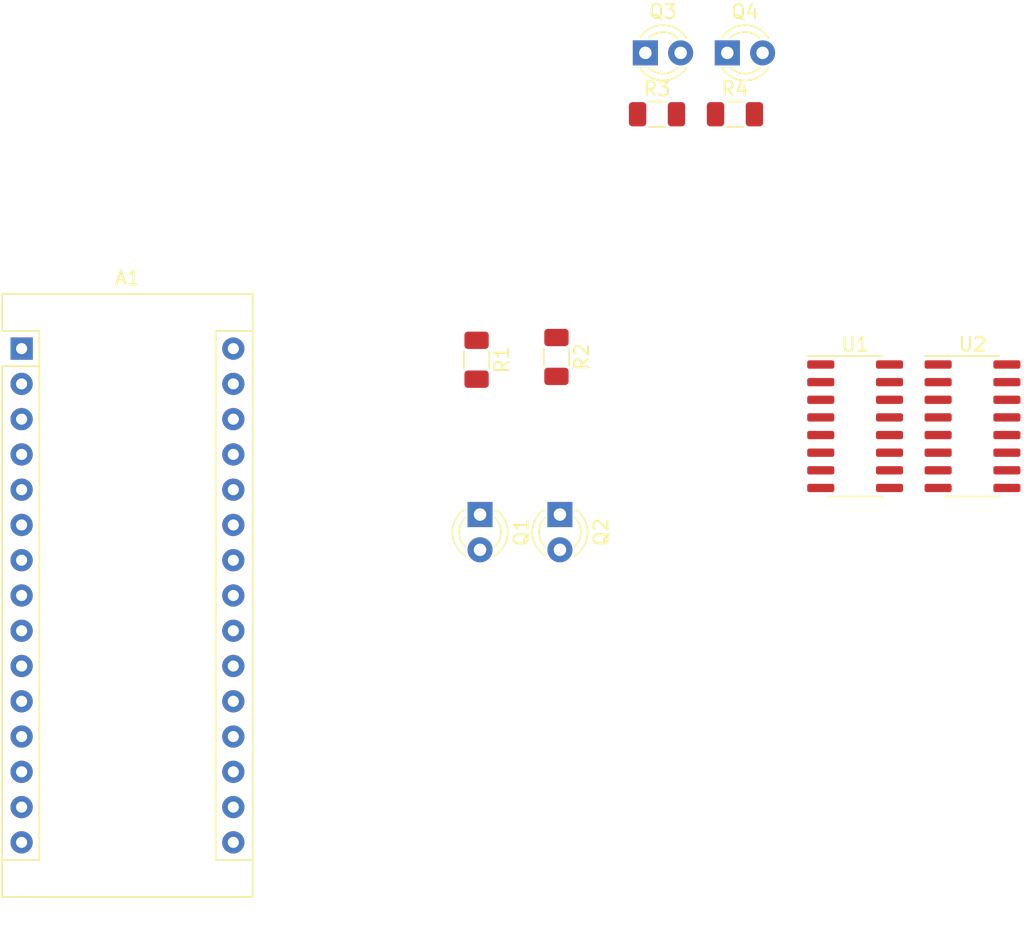
<source format=kicad_pcb>
(kicad_pcb (version 20171130) (host pcbnew "(5.1.2)-2")

  (general
    (thickness 1.6)
    (drawings 0)
    (tracks 0)
    (zones 0)
    (modules 11)
    (nets 46)
  )

  (page A4)
  (layers
    (0 F.Cu signal)
    (31 B.Cu signal)
    (32 B.Adhes user)
    (33 F.Adhes user)
    (34 B.Paste user)
    (35 F.Paste user)
    (36 B.SilkS user)
    (37 F.SilkS user)
    (38 B.Mask user)
    (39 F.Mask user)
    (40 Dwgs.User user)
    (41 Cmts.User user)
    (42 Eco1.User user)
    (43 Eco2.User user)
    (44 Edge.Cuts user)
    (45 Margin user)
    (46 B.CrtYd user)
    (47 F.CrtYd user)
    (48 B.Fab user)
    (49 F.Fab user)
  )

  (setup
    (last_trace_width 0.25)
    (trace_clearance 0.2)
    (zone_clearance 0.508)
    (zone_45_only no)
    (trace_min 0.2)
    (via_size 0.8)
    (via_drill 0.4)
    (via_min_size 0.4)
    (via_min_drill 0.3)
    (uvia_size 0.3)
    (uvia_drill 0.1)
    (uvias_allowed no)
    (uvia_min_size 0.2)
    (uvia_min_drill 0.1)
    (edge_width 0.1)
    (segment_width 0.2)
    (pcb_text_width 0.3)
    (pcb_text_size 1.5 1.5)
    (mod_edge_width 0.15)
    (mod_text_size 1 1)
    (mod_text_width 0.15)
    (pad_size 1.524 1.524)
    (pad_drill 0.762)
    (pad_to_mask_clearance 0)
    (aux_axis_origin 0 0)
    (visible_elements FFFFFF7F)
    (pcbplotparams
      (layerselection 0x010fc_ffffffff)
      (usegerberextensions false)
      (usegerberattributes false)
      (usegerberadvancedattributes false)
      (creategerberjobfile false)
      (excludeedgelayer true)
      (linewidth 0.100000)
      (plotframeref false)
      (viasonmask false)
      (mode 1)
      (useauxorigin false)
      (hpglpennumber 1)
      (hpglpenspeed 20)
      (hpglpendiameter 15.000000)
      (psnegative false)
      (psa4output false)
      (plotreference true)
      (plotvalue true)
      (plotinvisibletext false)
      (padsonsilk false)
      (subtractmaskfromsilk false)
      (outputformat 1)
      (mirror false)
      (drillshape 1)
      (scaleselection 1)
      (outputdirectory ""))
  )

  (net 0 "")
  (net 1 "Net-(A1-Pad16)")
  (net 2 "Net-(A1-Pad15)")
  (net 3 "Net-(A1-Pad30)")
  (net 4 "Net-(A1-Pad14)")
  (net 5 GND)
  (net 6 "Net-(A1-Pad13)")
  (net 7 "Net-(A1-Pad28)")
  (net 8 "Net-(A1-Pad12)")
  (net 9 +5V)
  (net 10 "Net-(A1-Pad11)")
  (net 11 "Net-(A1-Pad26)")
  (net 12 "Net-(A1-Pad10)")
  (net 13 "Net-(A1-Pad25)")
  (net 14 "Net-(A1-Pad9)")
  (net 15 "Net-(A1-Pad24)")
  (net 16 "Net-(A1-Pad8)")
  (net 17 "Net-(A1-Pad23)")
  (net 18 "Net-(A1-Pad7)")
  (net 19 "Net-(A1-Pad22)")
  (net 20 "Net-(A1-Pad6)")
  (net 21 "Net-(A1-Pad21)")
  (net 22 "Net-(A1-Pad5)")
  (net 23 "Net-(A1-Pad20)")
  (net 24 "Net-(A1-Pad19)")
  (net 25 "Net-(A1-Pad3)")
  (net 26 "Net-(A1-Pad18)")
  (net 27 "Net-(A1-Pad2)")
  (net 28 "Net-(A1-Pad17)")
  (net 29 "Net-(A1-Pad1)")
  (net 30 /PT/PT_01)
  (net 31 "Net-(U1-Pad8)")
  (net 32 "Net-(U1-Pad7)")
  (net 33 "Net-(U1-Pad6)")
  (net 34 "Net-(U1-Pad5)")
  (net 35 "Net-(U2-Pad8)")
  (net 36 "Net-(U2-Pad7)")
  (net 37 "Net-(U2-Pad6)")
  (net 38 "Net-(U2-Pad5)")
  (net 39 "Net-(U2-Pad4)")
  (net 40 "Net-(U2-Pad3)")
  (net 41 "Net-(U2-Pad2)")
  (net 42 "Net-(U2-Pad1)")
  (net 43 /PT/PT_02)
  (net 44 /PT/PT_03)
  (net 45 /PT/PT_04)

  (net_class Default "This is the default net class."
    (clearance 0.2)
    (trace_width 0.25)
    (via_dia 0.8)
    (via_drill 0.4)
    (uvia_dia 0.3)
    (uvia_drill 0.1)
    (add_net +5V)
    (add_net /PT/PT_01)
    (add_net /PT/PT_02)
    (add_net /PT/PT_03)
    (add_net /PT/PT_04)
    (add_net GND)
    (add_net "Net-(A1-Pad1)")
    (add_net "Net-(A1-Pad10)")
    (add_net "Net-(A1-Pad11)")
    (add_net "Net-(A1-Pad12)")
    (add_net "Net-(A1-Pad13)")
    (add_net "Net-(A1-Pad14)")
    (add_net "Net-(A1-Pad15)")
    (add_net "Net-(A1-Pad16)")
    (add_net "Net-(A1-Pad17)")
    (add_net "Net-(A1-Pad18)")
    (add_net "Net-(A1-Pad19)")
    (add_net "Net-(A1-Pad2)")
    (add_net "Net-(A1-Pad20)")
    (add_net "Net-(A1-Pad21)")
    (add_net "Net-(A1-Pad22)")
    (add_net "Net-(A1-Pad23)")
    (add_net "Net-(A1-Pad24)")
    (add_net "Net-(A1-Pad25)")
    (add_net "Net-(A1-Pad26)")
    (add_net "Net-(A1-Pad28)")
    (add_net "Net-(A1-Pad3)")
    (add_net "Net-(A1-Pad30)")
    (add_net "Net-(A1-Pad5)")
    (add_net "Net-(A1-Pad6)")
    (add_net "Net-(A1-Pad7)")
    (add_net "Net-(A1-Pad8)")
    (add_net "Net-(A1-Pad9)")
    (add_net "Net-(U1-Pad5)")
    (add_net "Net-(U1-Pad6)")
    (add_net "Net-(U1-Pad7)")
    (add_net "Net-(U1-Pad8)")
    (add_net "Net-(U2-Pad1)")
    (add_net "Net-(U2-Pad2)")
    (add_net "Net-(U2-Pad3)")
    (add_net "Net-(U2-Pad4)")
    (add_net "Net-(U2-Pad5)")
    (add_net "Net-(U2-Pad6)")
    (add_net "Net-(U2-Pad7)")
    (add_net "Net-(U2-Pad8)")
  )

  (module Resistor_SMD:R_1206_3216Metric (layer F.Cu) (tedit 5B301BBD) (tstamp 5D550FBA)
    (at 117.1 39.92)
    (descr "Resistor SMD 1206 (3216 Metric), square (rectangular) end terminal, IPC_7351 nominal, (Body size source: http://www.tortai-tech.com/upload/download/2011102023233369053.pdf), generated with kicad-footprint-generator")
    (tags resistor)
    (path /5D5E493A/5D681656)
    (attr smd)
    (fp_text reference R4 (at 0 -1.82) (layer F.SilkS)
      (effects (font (size 1 1) (thickness 0.15)))
    )
    (fp_text value "1 kOhm" (at 0 1.82) (layer F.Fab)
      (effects (font (size 1 1) (thickness 0.15)))
    )
    (fp_text user %R (at 0 0) (layer F.Fab)
      (effects (font (size 0.8 0.8) (thickness 0.12)))
    )
    (fp_line (start 2.28 1.12) (end -2.28 1.12) (layer F.CrtYd) (width 0.05))
    (fp_line (start 2.28 -1.12) (end 2.28 1.12) (layer F.CrtYd) (width 0.05))
    (fp_line (start -2.28 -1.12) (end 2.28 -1.12) (layer F.CrtYd) (width 0.05))
    (fp_line (start -2.28 1.12) (end -2.28 -1.12) (layer F.CrtYd) (width 0.05))
    (fp_line (start -0.602064 0.91) (end 0.602064 0.91) (layer F.SilkS) (width 0.12))
    (fp_line (start -0.602064 -0.91) (end 0.602064 -0.91) (layer F.SilkS) (width 0.12))
    (fp_line (start 1.6 0.8) (end -1.6 0.8) (layer F.Fab) (width 0.1))
    (fp_line (start 1.6 -0.8) (end 1.6 0.8) (layer F.Fab) (width 0.1))
    (fp_line (start -1.6 -0.8) (end 1.6 -0.8) (layer F.Fab) (width 0.1))
    (fp_line (start -1.6 0.8) (end -1.6 -0.8) (layer F.Fab) (width 0.1))
    (pad 2 smd roundrect (at 1.4 0) (size 1.25 1.75) (layers F.Cu F.Paste F.Mask) (roundrect_rratio 0.2)
      (net 45 /PT/PT_04))
    (pad 1 smd roundrect (at -1.4 0) (size 1.25 1.75) (layers F.Cu F.Paste F.Mask) (roundrect_rratio 0.2)
      (net 9 +5V))
    (model ${KISYS3DMOD}/Resistor_SMD.3dshapes/R_1206_3216Metric.wrl
      (at (xyz 0 0 0))
      (scale (xyz 1 1 1))
      (rotate (xyz 0 0 0))
    )
  )

  (module Resistor_SMD:R_1206_3216Metric (layer F.Cu) (tedit 5B301BBD) (tstamp 5D550FA9)
    (at 111.49 39.92)
    (descr "Resistor SMD 1206 (3216 Metric), square (rectangular) end terminal, IPC_7351 nominal, (Body size source: http://www.tortai-tech.com/upload/download/2011102023233369053.pdf), generated with kicad-footprint-generator")
    (tags resistor)
    (path /5D5E493A/5D6EF470)
    (attr smd)
    (fp_text reference R3 (at 0 -1.82) (layer F.SilkS)
      (effects (font (size 1 1) (thickness 0.15)))
    )
    (fp_text value "1 kOhm" (at 0 1.82) (layer F.Fab)
      (effects (font (size 1 1) (thickness 0.15)))
    )
    (fp_text user %R (at 0 0) (layer F.Fab)
      (effects (font (size 0.8 0.8) (thickness 0.12)))
    )
    (fp_line (start 2.28 1.12) (end -2.28 1.12) (layer F.CrtYd) (width 0.05))
    (fp_line (start 2.28 -1.12) (end 2.28 1.12) (layer F.CrtYd) (width 0.05))
    (fp_line (start -2.28 -1.12) (end 2.28 -1.12) (layer F.CrtYd) (width 0.05))
    (fp_line (start -2.28 1.12) (end -2.28 -1.12) (layer F.CrtYd) (width 0.05))
    (fp_line (start -0.602064 0.91) (end 0.602064 0.91) (layer F.SilkS) (width 0.12))
    (fp_line (start -0.602064 -0.91) (end 0.602064 -0.91) (layer F.SilkS) (width 0.12))
    (fp_line (start 1.6 0.8) (end -1.6 0.8) (layer F.Fab) (width 0.1))
    (fp_line (start 1.6 -0.8) (end 1.6 0.8) (layer F.Fab) (width 0.1))
    (fp_line (start -1.6 -0.8) (end 1.6 -0.8) (layer F.Fab) (width 0.1))
    (fp_line (start -1.6 0.8) (end -1.6 -0.8) (layer F.Fab) (width 0.1))
    (pad 2 smd roundrect (at 1.4 0) (size 1.25 1.75) (layers F.Cu F.Paste F.Mask) (roundrect_rratio 0.2)
      (net 44 /PT/PT_03))
    (pad 1 smd roundrect (at -1.4 0) (size 1.25 1.75) (layers F.Cu F.Paste F.Mask) (roundrect_rratio 0.2)
      (net 9 +5V))
    (model ${KISYS3DMOD}/Resistor_SMD.3dshapes/R_1206_3216Metric.wrl
      (at (xyz 0 0 0))
      (scale (xyz 1 1 1))
      (rotate (xyz 0 0 0))
    )
  )

  (module Resistor_SMD:R_1206_3216Metric (layer F.Cu) (tedit 5B301BBD) (tstamp 5D550F98)
    (at 104.25 57.4 270)
    (descr "Resistor SMD 1206 (3216 Metric), square (rectangular) end terminal, IPC_7351 nominal, (Body size source: http://www.tortai-tech.com/upload/download/2011102023233369053.pdf), generated with kicad-footprint-generator")
    (tags resistor)
    (path /5D5E493A/5D6DE317)
    (attr smd)
    (fp_text reference R2 (at 0 -1.82 90) (layer F.SilkS)
      (effects (font (size 1 1) (thickness 0.15)))
    )
    (fp_text value "1 kOhm" (at 0 1.82 90) (layer F.Fab)
      (effects (font (size 1 1) (thickness 0.15)))
    )
    (fp_text user %R (at 0 0 90) (layer F.Fab)
      (effects (font (size 0.8 0.8) (thickness 0.12)))
    )
    (fp_line (start 2.28 1.12) (end -2.28 1.12) (layer F.CrtYd) (width 0.05))
    (fp_line (start 2.28 -1.12) (end 2.28 1.12) (layer F.CrtYd) (width 0.05))
    (fp_line (start -2.28 -1.12) (end 2.28 -1.12) (layer F.CrtYd) (width 0.05))
    (fp_line (start -2.28 1.12) (end -2.28 -1.12) (layer F.CrtYd) (width 0.05))
    (fp_line (start -0.602064 0.91) (end 0.602064 0.91) (layer F.SilkS) (width 0.12))
    (fp_line (start -0.602064 -0.91) (end 0.602064 -0.91) (layer F.SilkS) (width 0.12))
    (fp_line (start 1.6 0.8) (end -1.6 0.8) (layer F.Fab) (width 0.1))
    (fp_line (start 1.6 -0.8) (end 1.6 0.8) (layer F.Fab) (width 0.1))
    (fp_line (start -1.6 -0.8) (end 1.6 -0.8) (layer F.Fab) (width 0.1))
    (fp_line (start -1.6 0.8) (end -1.6 -0.8) (layer F.Fab) (width 0.1))
    (pad 2 smd roundrect (at 1.4 0 270) (size 1.25 1.75) (layers F.Cu F.Paste F.Mask) (roundrect_rratio 0.2)
      (net 43 /PT/PT_02))
    (pad 1 smd roundrect (at -1.4 0 270) (size 1.25 1.75) (layers F.Cu F.Paste F.Mask) (roundrect_rratio 0.2)
      (net 9 +5V))
    (model ${KISYS3DMOD}/Resistor_SMD.3dshapes/R_1206_3216Metric.wrl
      (at (xyz 0 0 0))
      (scale (xyz 1 1 1))
      (rotate (xyz 0 0 0))
    )
  )

  (module LED_THT:LED_D3.0mm (layer F.Cu) (tedit 587A3A7B) (tstamp 5D550F67)
    (at 116.55 35.5)
    (descr "LED, diameter 3.0mm, 2 pins")
    (tags "LED diameter 3.0mm 2 pins")
    (path /5D5E493A/5D681650)
    (fp_text reference Q4 (at 1.27 -2.96) (layer F.SilkS)
      (effects (font (size 1 1) (thickness 0.15)))
    )
    (fp_text value Q_Photo_NPN (at 1.27 2.96) (layer F.Fab)
      (effects (font (size 1 1) (thickness 0.15)))
    )
    (fp_line (start 3.7 -2.25) (end -1.15 -2.25) (layer F.CrtYd) (width 0.05))
    (fp_line (start 3.7 2.25) (end 3.7 -2.25) (layer F.CrtYd) (width 0.05))
    (fp_line (start -1.15 2.25) (end 3.7 2.25) (layer F.CrtYd) (width 0.05))
    (fp_line (start -1.15 -2.25) (end -1.15 2.25) (layer F.CrtYd) (width 0.05))
    (fp_line (start -0.29 1.08) (end -0.29 1.236) (layer F.SilkS) (width 0.12))
    (fp_line (start -0.29 -1.236) (end -0.29 -1.08) (layer F.SilkS) (width 0.12))
    (fp_line (start -0.23 -1.16619) (end -0.23 1.16619) (layer F.Fab) (width 0.1))
    (fp_circle (center 1.27 0) (end 2.77 0) (layer F.Fab) (width 0.1))
    (fp_arc (start 1.27 0) (end 0.229039 1.08) (angle -87.9) (layer F.SilkS) (width 0.12))
    (fp_arc (start 1.27 0) (end 0.229039 -1.08) (angle 87.9) (layer F.SilkS) (width 0.12))
    (fp_arc (start 1.27 0) (end -0.29 1.235516) (angle -108.8) (layer F.SilkS) (width 0.12))
    (fp_arc (start 1.27 0) (end -0.29 -1.235516) (angle 108.8) (layer F.SilkS) (width 0.12))
    (fp_arc (start 1.27 0) (end -0.23 -1.16619) (angle 284.3) (layer F.Fab) (width 0.1))
    (pad 2 thru_hole circle (at 2.54 0) (size 1.8 1.8) (drill 0.9) (layers *.Cu *.Mask)
      (net 5 GND))
    (pad 1 thru_hole rect (at 0 0) (size 1.8 1.8) (drill 0.9) (layers *.Cu *.Mask)
      (net 45 /PT/PT_04))
    (model ${KISYS3DMOD}/LED_THT.3dshapes/LED_D3.0mm.wrl
      (at (xyz 0 0 0))
      (scale (xyz 1 1 1))
      (rotate (xyz 0 0 0))
    )
  )

  (module LED_THT:LED_D3.0mm (layer F.Cu) (tedit 587A3A7B) (tstamp 5D550F54)
    (at 110.65 35.5)
    (descr "LED, diameter 3.0mm, 2 pins")
    (tags "LED diameter 3.0mm 2 pins")
    (path /5D5E493A/5D6EF46A)
    (fp_text reference Q3 (at 1.27 -2.96) (layer F.SilkS)
      (effects (font (size 1 1) (thickness 0.15)))
    )
    (fp_text value Q_Photo_NPN (at 1.27 2.96) (layer F.Fab)
      (effects (font (size 1 1) (thickness 0.15)))
    )
    (fp_line (start 3.7 -2.25) (end -1.15 -2.25) (layer F.CrtYd) (width 0.05))
    (fp_line (start 3.7 2.25) (end 3.7 -2.25) (layer F.CrtYd) (width 0.05))
    (fp_line (start -1.15 2.25) (end 3.7 2.25) (layer F.CrtYd) (width 0.05))
    (fp_line (start -1.15 -2.25) (end -1.15 2.25) (layer F.CrtYd) (width 0.05))
    (fp_line (start -0.29 1.08) (end -0.29 1.236) (layer F.SilkS) (width 0.12))
    (fp_line (start -0.29 -1.236) (end -0.29 -1.08) (layer F.SilkS) (width 0.12))
    (fp_line (start -0.23 -1.16619) (end -0.23 1.16619) (layer F.Fab) (width 0.1))
    (fp_circle (center 1.27 0) (end 2.77 0) (layer F.Fab) (width 0.1))
    (fp_arc (start 1.27 0) (end 0.229039 1.08) (angle -87.9) (layer F.SilkS) (width 0.12))
    (fp_arc (start 1.27 0) (end 0.229039 -1.08) (angle 87.9) (layer F.SilkS) (width 0.12))
    (fp_arc (start 1.27 0) (end -0.29 1.235516) (angle -108.8) (layer F.SilkS) (width 0.12))
    (fp_arc (start 1.27 0) (end -0.29 -1.235516) (angle 108.8) (layer F.SilkS) (width 0.12))
    (fp_arc (start 1.27 0) (end -0.23 -1.16619) (angle 284.3) (layer F.Fab) (width 0.1))
    (pad 2 thru_hole circle (at 2.54 0) (size 1.8 1.8) (drill 0.9) (layers *.Cu *.Mask)
      (net 5 GND))
    (pad 1 thru_hole rect (at 0 0) (size 1.8 1.8) (drill 0.9) (layers *.Cu *.Mask)
      (net 44 /PT/PT_03))
    (model ${KISYS3DMOD}/LED_THT.3dshapes/LED_D3.0mm.wrl
      (at (xyz 0 0 0))
      (scale (xyz 1 1 1))
      (rotate (xyz 0 0 0))
    )
  )

  (module LED_THT:LED_D3.0mm (layer F.Cu) (tedit 587A3A7B) (tstamp 5D550F41)
    (at 104.5 68.75 270)
    (descr "LED, diameter 3.0mm, 2 pins")
    (tags "LED diameter 3.0mm 2 pins")
    (path /5D5E493A/5D6DE311)
    (fp_text reference Q2 (at 1.27 -2.96 90) (layer F.SilkS)
      (effects (font (size 1 1) (thickness 0.15)))
    )
    (fp_text value Q_Photo_NPN (at 1.27 2.96 90) (layer F.Fab)
      (effects (font (size 1 1) (thickness 0.15)))
    )
    (fp_line (start 3.7 -2.25) (end -1.15 -2.25) (layer F.CrtYd) (width 0.05))
    (fp_line (start 3.7 2.25) (end 3.7 -2.25) (layer F.CrtYd) (width 0.05))
    (fp_line (start -1.15 2.25) (end 3.7 2.25) (layer F.CrtYd) (width 0.05))
    (fp_line (start -1.15 -2.25) (end -1.15 2.25) (layer F.CrtYd) (width 0.05))
    (fp_line (start -0.29 1.08) (end -0.29 1.236) (layer F.SilkS) (width 0.12))
    (fp_line (start -0.29 -1.236) (end -0.29 -1.08) (layer F.SilkS) (width 0.12))
    (fp_line (start -0.23 -1.16619) (end -0.23 1.16619) (layer F.Fab) (width 0.1))
    (fp_circle (center 1.27 0) (end 2.77 0) (layer F.Fab) (width 0.1))
    (fp_arc (start 1.27 0) (end 0.229039 1.08) (angle -87.9) (layer F.SilkS) (width 0.12))
    (fp_arc (start 1.27 0) (end 0.229039 -1.08) (angle 87.9) (layer F.SilkS) (width 0.12))
    (fp_arc (start 1.27 0) (end -0.29 1.235516) (angle -108.8) (layer F.SilkS) (width 0.12))
    (fp_arc (start 1.27 0) (end -0.29 -1.235516) (angle 108.8) (layer F.SilkS) (width 0.12))
    (fp_arc (start 1.27 0) (end -0.23 -1.16619) (angle 284.3) (layer F.Fab) (width 0.1))
    (pad 2 thru_hole circle (at 2.54 0 270) (size 1.8 1.8) (drill 0.9) (layers *.Cu *.Mask)
      (net 5 GND))
    (pad 1 thru_hole rect (at 0 0 270) (size 1.8 1.8) (drill 0.9) (layers *.Cu *.Mask)
      (net 43 /PT/PT_02))
    (model ${KISYS3DMOD}/LED_THT.3dshapes/LED_D3.0mm.wrl
      (at (xyz 0 0 0))
      (scale (xyz 1 1 1))
      (rotate (xyz 0 0 0))
    )
  )

  (module Package_SO:SOIC-16_3.9x9.9mm_P1.27mm (layer F.Cu) (tedit 5C97300E) (tstamp 5D5507ED)
    (at 134.2 62.39)
    (descr "SOIC, 16 Pin (JEDEC MS-012AC, https://www.analog.com/media/en/package-pcb-resources/package/pkg_pdf/soic_narrow-r/r_16.pdf), generated with kicad-footprint-generator ipc_gullwing_generator.py")
    (tags "SOIC SO")
    (path /5D554B62)
    (attr smd)
    (fp_text reference U2 (at 0 -5.9) (layer F.SilkS)
      (effects (font (size 1 1) (thickness 0.15)))
    )
    (fp_text value MCP3008 (at 0 5.9) (layer F.Fab)
      (effects (font (size 1 1) (thickness 0.15)))
    )
    (fp_text user %R (at 0 0) (layer F.Fab)
      (effects (font (size 0.98 0.98) (thickness 0.15)))
    )
    (fp_line (start 3.7 -5.2) (end -3.7 -5.2) (layer F.CrtYd) (width 0.05))
    (fp_line (start 3.7 5.2) (end 3.7 -5.2) (layer F.CrtYd) (width 0.05))
    (fp_line (start -3.7 5.2) (end 3.7 5.2) (layer F.CrtYd) (width 0.05))
    (fp_line (start -3.7 -5.2) (end -3.7 5.2) (layer F.CrtYd) (width 0.05))
    (fp_line (start -1.95 -3.975) (end -0.975 -4.95) (layer F.Fab) (width 0.1))
    (fp_line (start -1.95 4.95) (end -1.95 -3.975) (layer F.Fab) (width 0.1))
    (fp_line (start 1.95 4.95) (end -1.95 4.95) (layer F.Fab) (width 0.1))
    (fp_line (start 1.95 -4.95) (end 1.95 4.95) (layer F.Fab) (width 0.1))
    (fp_line (start -0.975 -4.95) (end 1.95 -4.95) (layer F.Fab) (width 0.1))
    (fp_line (start 0 -5.06) (end -3.45 -5.06) (layer F.SilkS) (width 0.12))
    (fp_line (start 0 -5.06) (end 1.95 -5.06) (layer F.SilkS) (width 0.12))
    (fp_line (start 0 5.06) (end -1.95 5.06) (layer F.SilkS) (width 0.12))
    (fp_line (start 0 5.06) (end 1.95 5.06) (layer F.SilkS) (width 0.12))
    (pad 16 smd roundrect (at 2.475 -4.445) (size 1.95 0.6) (layers F.Cu F.Paste F.Mask) (roundrect_rratio 0.25)
      (net 9 +5V))
    (pad 15 smd roundrect (at 2.475 -3.175) (size 1.95 0.6) (layers F.Cu F.Paste F.Mask) (roundrect_rratio 0.25)
      (net 9 +5V))
    (pad 14 smd roundrect (at 2.475 -1.905) (size 1.95 0.6) (layers F.Cu F.Paste F.Mask) (roundrect_rratio 0.25)
      (net 5 GND))
    (pad 13 smd roundrect (at 2.475 -0.635) (size 1.95 0.6) (layers F.Cu F.Paste F.Mask) (roundrect_rratio 0.25)
      (net 1 "Net-(A1-Pad16)"))
    (pad 12 smd roundrect (at 2.475 0.635) (size 1.95 0.6) (layers F.Cu F.Paste F.Mask) (roundrect_rratio 0.25)
      (net 2 "Net-(A1-Pad15)"))
    (pad 11 smd roundrect (at 2.475 1.905) (size 1.95 0.6) (layers F.Cu F.Paste F.Mask) (roundrect_rratio 0.25)
      (net 4 "Net-(A1-Pad14)"))
    (pad 10 smd roundrect (at 2.475 3.175) (size 1.95 0.6) (layers F.Cu F.Paste F.Mask) (roundrect_rratio 0.25)
      (net 8 "Net-(A1-Pad12)"))
    (pad 9 smd roundrect (at 2.475 4.445) (size 1.95 0.6) (layers F.Cu F.Paste F.Mask) (roundrect_rratio 0.25)
      (net 5 GND))
    (pad 8 smd roundrect (at -2.475 4.445) (size 1.95 0.6) (layers F.Cu F.Paste F.Mask) (roundrect_rratio 0.25)
      (net 35 "Net-(U2-Pad8)"))
    (pad 7 smd roundrect (at -2.475 3.175) (size 1.95 0.6) (layers F.Cu F.Paste F.Mask) (roundrect_rratio 0.25)
      (net 36 "Net-(U2-Pad7)"))
    (pad 6 smd roundrect (at -2.475 1.905) (size 1.95 0.6) (layers F.Cu F.Paste F.Mask) (roundrect_rratio 0.25)
      (net 37 "Net-(U2-Pad6)"))
    (pad 5 smd roundrect (at -2.475 0.635) (size 1.95 0.6) (layers F.Cu F.Paste F.Mask) (roundrect_rratio 0.25)
      (net 38 "Net-(U2-Pad5)"))
    (pad 4 smd roundrect (at -2.475 -0.635) (size 1.95 0.6) (layers F.Cu F.Paste F.Mask) (roundrect_rratio 0.25)
      (net 39 "Net-(U2-Pad4)"))
    (pad 3 smd roundrect (at -2.475 -1.905) (size 1.95 0.6) (layers F.Cu F.Paste F.Mask) (roundrect_rratio 0.25)
      (net 40 "Net-(U2-Pad3)"))
    (pad 2 smd roundrect (at -2.475 -3.175) (size 1.95 0.6) (layers F.Cu F.Paste F.Mask) (roundrect_rratio 0.25)
      (net 41 "Net-(U2-Pad2)"))
    (pad 1 smd roundrect (at -2.475 -4.445) (size 1.95 0.6) (layers F.Cu F.Paste F.Mask) (roundrect_rratio 0.25)
      (net 42 "Net-(U2-Pad1)"))
    (model ${KISYS3DMOD}/Package_SO.3dshapes/SOIC-16_3.9x9.9mm_P1.27mm.wrl
      (at (xyz 0 0 0))
      (scale (xyz 1 1 1))
      (rotate (xyz 0 0 0))
    )
  )

  (module Package_SO:SOIC-16_3.9x9.9mm_P1.27mm (layer F.Cu) (tedit 5C97300E) (tstamp 5D5507CB)
    (at 125.75 62.39)
    (descr "SOIC, 16 Pin (JEDEC MS-012AC, https://www.analog.com/media/en/package-pcb-resources/package/pkg_pdf/soic_narrow-r/r_16.pdf), generated with kicad-footprint-generator ipc_gullwing_generator.py")
    (tags "SOIC SO")
    (path /5D54FF7A)
    (attr smd)
    (fp_text reference U1 (at 0 -5.9) (layer F.SilkS)
      (effects (font (size 1 1) (thickness 0.15)))
    )
    (fp_text value MCP3008 (at 0 5.9) (layer F.Fab)
      (effects (font (size 1 1) (thickness 0.15)))
    )
    (fp_text user %R (at 0 0) (layer F.Fab)
      (effects (font (size 0.98 0.98) (thickness 0.15)))
    )
    (fp_line (start 3.7 -5.2) (end -3.7 -5.2) (layer F.CrtYd) (width 0.05))
    (fp_line (start 3.7 5.2) (end 3.7 -5.2) (layer F.CrtYd) (width 0.05))
    (fp_line (start -3.7 5.2) (end 3.7 5.2) (layer F.CrtYd) (width 0.05))
    (fp_line (start -3.7 -5.2) (end -3.7 5.2) (layer F.CrtYd) (width 0.05))
    (fp_line (start -1.95 -3.975) (end -0.975 -4.95) (layer F.Fab) (width 0.1))
    (fp_line (start -1.95 4.95) (end -1.95 -3.975) (layer F.Fab) (width 0.1))
    (fp_line (start 1.95 4.95) (end -1.95 4.95) (layer F.Fab) (width 0.1))
    (fp_line (start 1.95 -4.95) (end 1.95 4.95) (layer F.Fab) (width 0.1))
    (fp_line (start -0.975 -4.95) (end 1.95 -4.95) (layer F.Fab) (width 0.1))
    (fp_line (start 0 -5.06) (end -3.45 -5.06) (layer F.SilkS) (width 0.12))
    (fp_line (start 0 -5.06) (end 1.95 -5.06) (layer F.SilkS) (width 0.12))
    (fp_line (start 0 5.06) (end -1.95 5.06) (layer F.SilkS) (width 0.12))
    (fp_line (start 0 5.06) (end 1.95 5.06) (layer F.SilkS) (width 0.12))
    (pad 16 smd roundrect (at 2.475 -4.445) (size 1.95 0.6) (layers F.Cu F.Paste F.Mask) (roundrect_rratio 0.25)
      (net 9 +5V))
    (pad 15 smd roundrect (at 2.475 -3.175) (size 1.95 0.6) (layers F.Cu F.Paste F.Mask) (roundrect_rratio 0.25)
      (net 9 +5V))
    (pad 14 smd roundrect (at 2.475 -1.905) (size 1.95 0.6) (layers F.Cu F.Paste F.Mask) (roundrect_rratio 0.25)
      (net 5 GND))
    (pad 13 smd roundrect (at 2.475 -0.635) (size 1.95 0.6) (layers F.Cu F.Paste F.Mask) (roundrect_rratio 0.25)
      (net 1 "Net-(A1-Pad16)"))
    (pad 12 smd roundrect (at 2.475 0.635) (size 1.95 0.6) (layers F.Cu F.Paste F.Mask) (roundrect_rratio 0.25)
      (net 2 "Net-(A1-Pad15)"))
    (pad 11 smd roundrect (at 2.475 1.905) (size 1.95 0.6) (layers F.Cu F.Paste F.Mask) (roundrect_rratio 0.25)
      (net 4 "Net-(A1-Pad14)"))
    (pad 10 smd roundrect (at 2.475 3.175) (size 1.95 0.6) (layers F.Cu F.Paste F.Mask) (roundrect_rratio 0.25)
      (net 6 "Net-(A1-Pad13)"))
    (pad 9 smd roundrect (at 2.475 4.445) (size 1.95 0.6) (layers F.Cu F.Paste F.Mask) (roundrect_rratio 0.25)
      (net 5 GND))
    (pad 8 smd roundrect (at -2.475 4.445) (size 1.95 0.6) (layers F.Cu F.Paste F.Mask) (roundrect_rratio 0.25)
      (net 31 "Net-(U1-Pad8)"))
    (pad 7 smd roundrect (at -2.475 3.175) (size 1.95 0.6) (layers F.Cu F.Paste F.Mask) (roundrect_rratio 0.25)
      (net 32 "Net-(U1-Pad7)"))
    (pad 6 smd roundrect (at -2.475 1.905) (size 1.95 0.6) (layers F.Cu F.Paste F.Mask) (roundrect_rratio 0.25)
      (net 33 "Net-(U1-Pad6)"))
    (pad 5 smd roundrect (at -2.475 0.635) (size 1.95 0.6) (layers F.Cu F.Paste F.Mask) (roundrect_rratio 0.25)
      (net 34 "Net-(U1-Pad5)"))
    (pad 4 smd roundrect (at -2.475 -0.635) (size 1.95 0.6) (layers F.Cu F.Paste F.Mask) (roundrect_rratio 0.25)
      (net 45 /PT/PT_04))
    (pad 3 smd roundrect (at -2.475 -1.905) (size 1.95 0.6) (layers F.Cu F.Paste F.Mask) (roundrect_rratio 0.25)
      (net 44 /PT/PT_03))
    (pad 2 smd roundrect (at -2.475 -3.175) (size 1.95 0.6) (layers F.Cu F.Paste F.Mask) (roundrect_rratio 0.25)
      (net 43 /PT/PT_02))
    (pad 1 smd roundrect (at -2.475 -4.445) (size 1.95 0.6) (layers F.Cu F.Paste F.Mask) (roundrect_rratio 0.25)
      (net 30 /PT/PT_01))
    (model ${KISYS3DMOD}/Package_SO.3dshapes/SOIC-16_3.9x9.9mm_P1.27mm.wrl
      (at (xyz 0 0 0))
      (scale (xyz 1 1 1))
      (rotate (xyz 0 0 0))
    )
  )

  (module Resistor_SMD:R_1206_3216Metric (layer F.Cu) (tedit 5B301BBD) (tstamp 5D550906)
    (at 98.5 57.6 270)
    (descr "Resistor SMD 1206 (3216 Metric), square (rectangular) end terminal, IPC_7351 nominal, (Body size source: http://www.tortai-tech.com/upload/download/2011102023233369053.pdf), generated with kicad-footprint-generator")
    (tags resistor)
    (path /5D5E493A/5D68163B)
    (attr smd)
    (fp_text reference R1 (at 0 -1.82 90) (layer F.SilkS)
      (effects (font (size 1 1) (thickness 0.15)))
    )
    (fp_text value "1 kOhm" (at 0 1.82 90) (layer F.Fab)
      (effects (font (size 1 1) (thickness 0.15)))
    )
    (fp_text user %R (at 0 0 90) (layer F.Fab)
      (effects (font (size 0.8 0.8) (thickness 0.12)))
    )
    (fp_line (start 2.28 1.12) (end -2.28 1.12) (layer F.CrtYd) (width 0.05))
    (fp_line (start 2.28 -1.12) (end 2.28 1.12) (layer F.CrtYd) (width 0.05))
    (fp_line (start -2.28 -1.12) (end 2.28 -1.12) (layer F.CrtYd) (width 0.05))
    (fp_line (start -2.28 1.12) (end -2.28 -1.12) (layer F.CrtYd) (width 0.05))
    (fp_line (start -0.602064 0.91) (end 0.602064 0.91) (layer F.SilkS) (width 0.12))
    (fp_line (start -0.602064 -0.91) (end 0.602064 -0.91) (layer F.SilkS) (width 0.12))
    (fp_line (start 1.6 0.8) (end -1.6 0.8) (layer F.Fab) (width 0.1))
    (fp_line (start 1.6 -0.8) (end 1.6 0.8) (layer F.Fab) (width 0.1))
    (fp_line (start -1.6 -0.8) (end 1.6 -0.8) (layer F.Fab) (width 0.1))
    (fp_line (start -1.6 0.8) (end -1.6 -0.8) (layer F.Fab) (width 0.1))
    (pad 2 smd roundrect (at 1.4 0 270) (size 1.25 1.75) (layers F.Cu F.Paste F.Mask) (roundrect_rratio 0.2)
      (net 30 /PT/PT_01))
    (pad 1 smd roundrect (at -1.4 0 270) (size 1.25 1.75) (layers F.Cu F.Paste F.Mask) (roundrect_rratio 0.2)
      (net 9 +5V))
    (model ${KISYS3DMOD}/Resistor_SMD.3dshapes/R_1206_3216Metric.wrl
      (at (xyz 0 0 0))
      (scale (xyz 1 1 1))
      (rotate (xyz 0 0 0))
    )
  )

  (module LED_THT:LED_D3.0mm (layer F.Cu) (tedit 587A3A7B) (tstamp 5D550798)
    (at 98.75 68.75 270)
    (descr "LED, diameter 3.0mm, 2 pins")
    (tags "LED diameter 3.0mm 2 pins")
    (path /5D5E493A/5D681635)
    (fp_text reference Q1 (at 1.27 -2.96 90) (layer F.SilkS)
      (effects (font (size 1 1) (thickness 0.15)))
    )
    (fp_text value Q_Photo_NPN (at 1.27 2.96 90) (layer F.Fab)
      (effects (font (size 1 1) (thickness 0.15)))
    )
    (fp_line (start 3.7 -2.25) (end -1.15 -2.25) (layer F.CrtYd) (width 0.05))
    (fp_line (start 3.7 2.25) (end 3.7 -2.25) (layer F.CrtYd) (width 0.05))
    (fp_line (start -1.15 2.25) (end 3.7 2.25) (layer F.CrtYd) (width 0.05))
    (fp_line (start -1.15 -2.25) (end -1.15 2.25) (layer F.CrtYd) (width 0.05))
    (fp_line (start -0.29 1.08) (end -0.29 1.236) (layer F.SilkS) (width 0.12))
    (fp_line (start -0.29 -1.236) (end -0.29 -1.08) (layer F.SilkS) (width 0.12))
    (fp_line (start -0.23 -1.16619) (end -0.23 1.16619) (layer F.Fab) (width 0.1))
    (fp_circle (center 1.27 0) (end 2.77 0) (layer F.Fab) (width 0.1))
    (fp_arc (start 1.27 0) (end 0.229039 1.08) (angle -87.9) (layer F.SilkS) (width 0.12))
    (fp_arc (start 1.27 0) (end 0.229039 -1.08) (angle 87.9) (layer F.SilkS) (width 0.12))
    (fp_arc (start 1.27 0) (end -0.29 1.235516) (angle -108.8) (layer F.SilkS) (width 0.12))
    (fp_arc (start 1.27 0) (end -0.29 -1.235516) (angle 108.8) (layer F.SilkS) (width 0.12))
    (fp_arc (start 1.27 0) (end -0.23 -1.16619) (angle 284.3) (layer F.Fab) (width 0.1))
    (pad 2 thru_hole circle (at 2.54 0 270) (size 1.8 1.8) (drill 0.9) (layers *.Cu *.Mask)
      (net 5 GND))
    (pad 1 thru_hole rect (at 0 0 270) (size 1.8 1.8) (drill 0.9) (layers *.Cu *.Mask)
      (net 30 /PT/PT_01))
    (model ${KISYS3DMOD}/LED_THT.3dshapes/LED_D3.0mm.wrl
      (at (xyz 0 0 0))
      (scale (xyz 1 1 1))
      (rotate (xyz 0 0 0))
    )
  )

  (module Module:Arduino_Nano (layer F.Cu) (tedit 58ACAF70) (tstamp 5D550785)
    (at 65.75 56.8)
    (descr "Arduino Nano, http://www.mouser.com/pdfdocs/Gravitech_Arduino_Nano3_0.pdf")
    (tags "Arduino Nano")
    (path /5D4C01E1)
    (fp_text reference A1 (at 7.62 -5.08) (layer F.SilkS)
      (effects (font (size 1 1) (thickness 0.15)))
    )
    (fp_text value Arduino_Nano_v3.x (at 8.89 19.05 90) (layer F.Fab)
      (effects (font (size 1 1) (thickness 0.15)))
    )
    (fp_line (start 16.75 42.16) (end -1.53 42.16) (layer F.CrtYd) (width 0.05))
    (fp_line (start 16.75 42.16) (end 16.75 -4.06) (layer F.CrtYd) (width 0.05))
    (fp_line (start -1.53 -4.06) (end -1.53 42.16) (layer F.CrtYd) (width 0.05))
    (fp_line (start -1.53 -4.06) (end 16.75 -4.06) (layer F.CrtYd) (width 0.05))
    (fp_line (start 16.51 -3.81) (end 16.51 39.37) (layer F.Fab) (width 0.1))
    (fp_line (start 0 -3.81) (end 16.51 -3.81) (layer F.Fab) (width 0.1))
    (fp_line (start -1.27 -2.54) (end 0 -3.81) (layer F.Fab) (width 0.1))
    (fp_line (start -1.27 39.37) (end -1.27 -2.54) (layer F.Fab) (width 0.1))
    (fp_line (start 16.51 39.37) (end -1.27 39.37) (layer F.Fab) (width 0.1))
    (fp_line (start 16.64 -3.94) (end -1.4 -3.94) (layer F.SilkS) (width 0.12))
    (fp_line (start 16.64 39.5) (end 16.64 -3.94) (layer F.SilkS) (width 0.12))
    (fp_line (start -1.4 39.5) (end 16.64 39.5) (layer F.SilkS) (width 0.12))
    (fp_line (start 3.81 41.91) (end 3.81 31.75) (layer F.Fab) (width 0.1))
    (fp_line (start 11.43 41.91) (end 3.81 41.91) (layer F.Fab) (width 0.1))
    (fp_line (start 11.43 31.75) (end 11.43 41.91) (layer F.Fab) (width 0.1))
    (fp_line (start 3.81 31.75) (end 11.43 31.75) (layer F.Fab) (width 0.1))
    (fp_line (start 1.27 36.83) (end -1.4 36.83) (layer F.SilkS) (width 0.12))
    (fp_line (start 1.27 1.27) (end 1.27 36.83) (layer F.SilkS) (width 0.12))
    (fp_line (start 1.27 1.27) (end -1.4 1.27) (layer F.SilkS) (width 0.12))
    (fp_line (start 13.97 36.83) (end 16.64 36.83) (layer F.SilkS) (width 0.12))
    (fp_line (start 13.97 -1.27) (end 13.97 36.83) (layer F.SilkS) (width 0.12))
    (fp_line (start 13.97 -1.27) (end 16.64 -1.27) (layer F.SilkS) (width 0.12))
    (fp_line (start -1.4 -3.94) (end -1.4 -1.27) (layer F.SilkS) (width 0.12))
    (fp_line (start -1.4 1.27) (end -1.4 39.5) (layer F.SilkS) (width 0.12))
    (fp_line (start 1.27 -1.27) (end -1.4 -1.27) (layer F.SilkS) (width 0.12))
    (fp_line (start 1.27 1.27) (end 1.27 -1.27) (layer F.SilkS) (width 0.12))
    (fp_text user %R (at 6.35 19.05 90) (layer F.Fab)
      (effects (font (size 1 1) (thickness 0.15)))
    )
    (pad 16 thru_hole oval (at 15.24 35.56) (size 1.6 1.6) (drill 0.8) (layers *.Cu *.Mask)
      (net 1 "Net-(A1-Pad16)"))
    (pad 15 thru_hole oval (at 0 35.56) (size 1.6 1.6) (drill 0.8) (layers *.Cu *.Mask)
      (net 2 "Net-(A1-Pad15)"))
    (pad 30 thru_hole oval (at 15.24 0) (size 1.6 1.6) (drill 0.8) (layers *.Cu *.Mask)
      (net 3 "Net-(A1-Pad30)"))
    (pad 14 thru_hole oval (at 0 33.02) (size 1.6 1.6) (drill 0.8) (layers *.Cu *.Mask)
      (net 4 "Net-(A1-Pad14)"))
    (pad 29 thru_hole oval (at 15.24 2.54) (size 1.6 1.6) (drill 0.8) (layers *.Cu *.Mask)
      (net 5 GND))
    (pad 13 thru_hole oval (at 0 30.48) (size 1.6 1.6) (drill 0.8) (layers *.Cu *.Mask)
      (net 6 "Net-(A1-Pad13)"))
    (pad 28 thru_hole oval (at 15.24 5.08) (size 1.6 1.6) (drill 0.8) (layers *.Cu *.Mask)
      (net 7 "Net-(A1-Pad28)"))
    (pad 12 thru_hole oval (at 0 27.94) (size 1.6 1.6) (drill 0.8) (layers *.Cu *.Mask)
      (net 8 "Net-(A1-Pad12)"))
    (pad 27 thru_hole oval (at 15.24 7.62) (size 1.6 1.6) (drill 0.8) (layers *.Cu *.Mask)
      (net 9 +5V))
    (pad 11 thru_hole oval (at 0 25.4) (size 1.6 1.6) (drill 0.8) (layers *.Cu *.Mask)
      (net 10 "Net-(A1-Pad11)"))
    (pad 26 thru_hole oval (at 15.24 10.16) (size 1.6 1.6) (drill 0.8) (layers *.Cu *.Mask)
      (net 11 "Net-(A1-Pad26)"))
    (pad 10 thru_hole oval (at 0 22.86) (size 1.6 1.6) (drill 0.8) (layers *.Cu *.Mask)
      (net 12 "Net-(A1-Pad10)"))
    (pad 25 thru_hole oval (at 15.24 12.7) (size 1.6 1.6) (drill 0.8) (layers *.Cu *.Mask)
      (net 13 "Net-(A1-Pad25)"))
    (pad 9 thru_hole oval (at 0 20.32) (size 1.6 1.6) (drill 0.8) (layers *.Cu *.Mask)
      (net 14 "Net-(A1-Pad9)"))
    (pad 24 thru_hole oval (at 15.24 15.24) (size 1.6 1.6) (drill 0.8) (layers *.Cu *.Mask)
      (net 15 "Net-(A1-Pad24)"))
    (pad 8 thru_hole oval (at 0 17.78) (size 1.6 1.6) (drill 0.8) (layers *.Cu *.Mask)
      (net 16 "Net-(A1-Pad8)"))
    (pad 23 thru_hole oval (at 15.24 17.78) (size 1.6 1.6) (drill 0.8) (layers *.Cu *.Mask)
      (net 17 "Net-(A1-Pad23)"))
    (pad 7 thru_hole oval (at 0 15.24) (size 1.6 1.6) (drill 0.8) (layers *.Cu *.Mask)
      (net 18 "Net-(A1-Pad7)"))
    (pad 22 thru_hole oval (at 15.24 20.32) (size 1.6 1.6) (drill 0.8) (layers *.Cu *.Mask)
      (net 19 "Net-(A1-Pad22)"))
    (pad 6 thru_hole oval (at 0 12.7) (size 1.6 1.6) (drill 0.8) (layers *.Cu *.Mask)
      (net 20 "Net-(A1-Pad6)"))
    (pad 21 thru_hole oval (at 15.24 22.86) (size 1.6 1.6) (drill 0.8) (layers *.Cu *.Mask)
      (net 21 "Net-(A1-Pad21)"))
    (pad 5 thru_hole oval (at 0 10.16) (size 1.6 1.6) (drill 0.8) (layers *.Cu *.Mask)
      (net 22 "Net-(A1-Pad5)"))
    (pad 20 thru_hole oval (at 15.24 25.4) (size 1.6 1.6) (drill 0.8) (layers *.Cu *.Mask)
      (net 23 "Net-(A1-Pad20)"))
    (pad 4 thru_hole oval (at 0 7.62) (size 1.6 1.6) (drill 0.8) (layers *.Cu *.Mask)
      (net 5 GND))
    (pad 19 thru_hole oval (at 15.24 27.94) (size 1.6 1.6) (drill 0.8) (layers *.Cu *.Mask)
      (net 24 "Net-(A1-Pad19)"))
    (pad 3 thru_hole oval (at 0 5.08) (size 1.6 1.6) (drill 0.8) (layers *.Cu *.Mask)
      (net 25 "Net-(A1-Pad3)"))
    (pad 18 thru_hole oval (at 15.24 30.48) (size 1.6 1.6) (drill 0.8) (layers *.Cu *.Mask)
      (net 26 "Net-(A1-Pad18)"))
    (pad 2 thru_hole oval (at 0 2.54) (size 1.6 1.6) (drill 0.8) (layers *.Cu *.Mask)
      (net 27 "Net-(A1-Pad2)"))
    (pad 17 thru_hole oval (at 15.24 33.02) (size 1.6 1.6) (drill 0.8) (layers *.Cu *.Mask)
      (net 28 "Net-(A1-Pad17)"))
    (pad 1 thru_hole rect (at 0 0) (size 1.6 1.6) (drill 0.8) (layers *.Cu *.Mask)
      (net 29 "Net-(A1-Pad1)"))
    (model ${KISYS3DMOD}/Module.3dshapes/Arduino_Nano_WithMountingHoles.wrl
      (at (xyz 0 0 0))
      (scale (xyz 1 1 1))
      (rotate (xyz 0 0 0))
    )
  )

)

</source>
